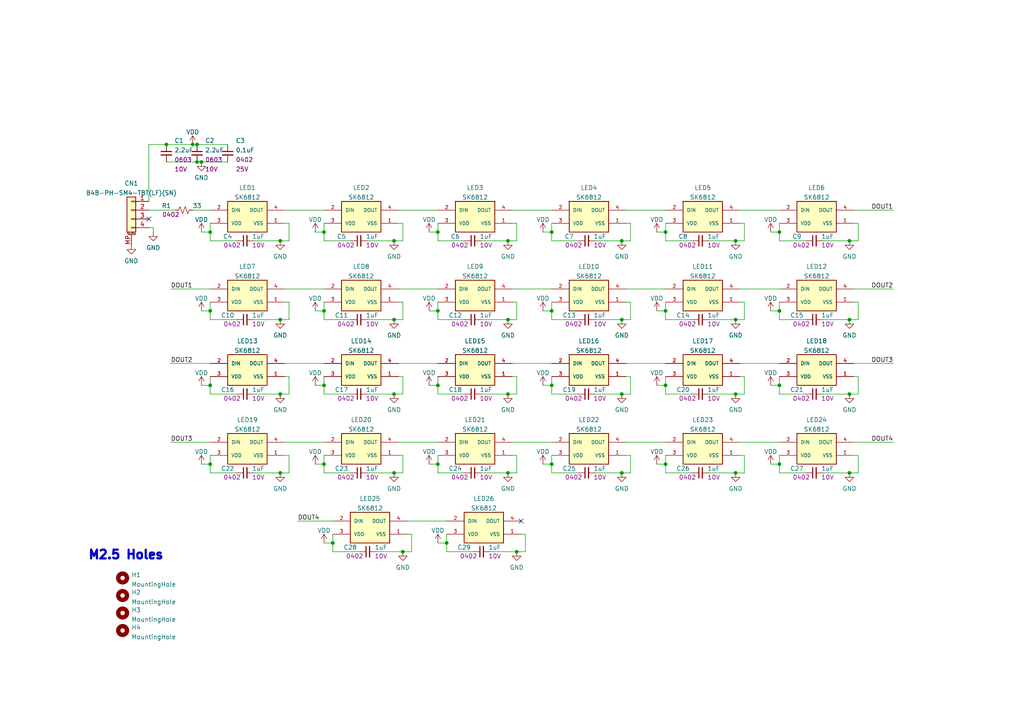
<source format=kicad_sch>
(kicad_sch (version 20211123) (generator eeschema)
  (paper "A4")
  (title_block (title "YellCubeLights") (date "2022-04-16") (rev "A") (comment 1 "Aaron Nguyen"))
  (lib_symbols
    (symbol "Mechanical:MountingHole" (pin_names (offset 1.016))
      (property "Reference" "H" (at 0 5.08 0))
      (property "Value" "MountingHole" (at 0 3.175 0))
      (symbol "MountingHole_0_1"
        (circle (center 0 0) (radius 1.27) (stroke (width 1.27)))
      )
    )
    (symbol "personal_capacitors:0.1uF" (pin_numbers hide) (pin_names (offset 0.254) hide)
      (property "Reference" "C" (at 1.27 2.54 0))
      (property "Value" "0.1uF" (at 2.54 0 0))
      (property "Size" "0402" (at 1.27 -2.54 0))
      (property "Voltage" "25V" (at 1.27 -5.08 0))
      (symbol "0.1uF_0_1"
        (polyline (pts (xy -1.524 -0.508) (xy 1.524 -0.508)) (stroke (width 0.3302)))
        (polyline (pts (xy -1.524 0.508) (xy 1.524 0.508)) (stroke (width 0.3048)))
      )
      (symbol "0.1uF_1_1"
        (pin passive line (at 0 2.54 270) (length 2.032) (name "~") (number "1"))
        (pin passive line (at 0 -2.54 90) (length 2.032) (name "~") (number "2"))
      )
    )
    (symbol "personal_capacitors:1uF" (pin_numbers hide) (pin_names (offset 0.254) hide)
      (property "Reference" "C" (at 1.27 2.54 0))
      (property "Value" "1uF" (at 2.54 0 0))
      (property "Size" "0402" (at 1.27 -2.54 0))
      (property "Voltage" "10V" (at 1.27 -5.08 0))
      (symbol "1uF_0_1"
        (polyline (pts (xy -1.524 -0.508) (xy 1.524 -0.508)) (stroke (width 0.3302)))
        (polyline (pts (xy -1.524 0.508) (xy 1.524 0.508)) (stroke (width 0.3048)))
      )
      (symbol "1uF_1_1"
        (pin passive line (at 0 2.54 270) (length 2.032) (name "~") (number "1"))
        (pin passive line (at 0 -2.54 90) (length 2.032) (name "~") (number "2"))
      )
    )
    (symbol "personal_capacitors:2.2uF" (pin_numbers hide) (pin_names (offset 0.254) hide)
      (property "Reference" "C" (at 1.27 2.54 0))
      (property "Value" "2.2uF" (at 2.54 0 0))
      (property "Size" "0603" (at 1.27 -2.54 0))
      (property "Voltage" "10V" (at 1.27 -5.08 0))
      (symbol "2.2uF_0_1"
        (polyline (pts (xy -1.524 -0.508) (xy 1.524 -0.508)) (stroke (width 0.3302)))
        (polyline (pts (xy -1.524 0.508) (xy 1.524 0.508)) (stroke (width 0.3048)))
      )
      (symbol "2.2uF_1_1"
        (pin passive line (at 0 2.54 270) (length 2.032) (name "~") (number "1"))
        (pin passive line (at 0 -2.54 90) (length 2.032) (name "~") (number "2"))
      )
    )
    (symbol "personal_connectors:B4B-PH-SM4-TBT(LF)(SN)" (pin_names (offset 1.016) hide)
      (property "Reference" "CN" (at 0 5.08 0))
      (property "Value" "B4B-PH-SM4-TBT(LF)(SN)" (at 1.27 -7.62 0))
      (symbol "B4B-PH-SM4-TBT(LF)(SN)_1_1"
        (rectangle (start -1.27 -4.953) (end 0 -5.207) (stroke (width 0.1524)))
        (rectangle (start -1.27 -2.413) (end 0 -2.667) (stroke (width 0.1524)))
        (rectangle (start -1.27 0.127) (end 0 -0.127) (stroke (width 0.1524)))
        (rectangle (start -1.27 2.667) (end 0 2.413) (stroke (width 0.1524)))
        (rectangle (start -1.27 3.81) (end 1.27 -6.35) (stroke (width 0.254)) (fill (type background)))
        (polyline (pts (xy -1.016 -7.112) (xy 1.016 -7.112)) (stroke (width 0.1524)))
        (text "Mounting" (at 0 -6.731 0) (effects (font (size 0.381 0.381))))
        (pin passive line (at -5.08 2.54 0) (length 3.81) (name "Pin_1") (number "1"))
        (pin passive line (at -5.08 0 0) (length 3.81) (name "Pin_2") (number "2"))
        (pin passive line (at -5.08 -2.54 0) (length 3.81) (name "Pin_3") (number "3"))
        (pin passive line (at -5.08 -5.08 0) (length 3.81) (name "Pin_4") (number "4"))
        (pin passive line (at 0 -10.16 90) (length 3.048) (name "MountPin") (number "MP"))
      )
    )
    (symbol "personal_leds:SK6812" (pin_names (offset 1.016))
      (property "Reference" "LED" (at -6.35 8.89 0))
      (property "Value" "SK6812" (at -6.35 6.35 0))
      (symbol "SK6812_0_0"
        (rectangle (start -6.35 -3.81) (end 5.08 5.08) (stroke (width 0.254)) (fill (type background)))
        (pin power_in line (at 10.16 -1.27 180) (length 5.08) (name "VSS") (number "1"))
        (pin input line (at -11.43 2.54 0) (length 5.08) (name "DIN") (number "2"))
        (pin power_in line (at -11.43 -1.27 0) (length 5.08) (name "VDD") (number "3"))
        (pin output line (at 10.16 2.54 180) (length 5.08) (name "DOUT") (number "4"))
      )
    )
    (symbol "personal_resistors:33" (pin_numbers hide) (pin_names (offset 0.254) hide)
      (property "Reference" "R" (at 1.27 2.54 0))
      (property "Value" "33" (at 1.27 0 0))
      (property "Size" "0402" (at 1.27 -2.54 0))
      (symbol "33_1_1"
        (polyline (pts (xy 0 0) (xy 1.016 -0.381) (xy 0 -0.762) (xy -1.016 -1.143) (xy 0 -1.524)))
        (polyline (pts (xy 0 1.524) (xy 1.016 1.143) (xy 0 0.762) (xy -1.016 0.381) (xy 0 0)))
        (pin passive line (at 0 2.54 270) (length 1.016) (name "~") (number "1"))
        (pin passive line (at 0 -2.54 90) (length 1.016) (name "~") (number "2"))
      )
    )
    (symbol "power:GND" (power) (pin_names (offset 0))
      (property "Value" "GND" (at 0 -3.81 0))
      (symbol "GND_0_1"
        (polyline (pts (xy 0 0) (xy 0 -1.27) (xy 1.27 -1.27) (xy 0 -2.54) (xy -1.27 -1.27) (xy 0 -1.27)))
      )
      (symbol "GND_1_1"
        (pin power_in line (at 0 0 270) (length 0) hide (name "GND") (number "1"))
      )
    )
    (symbol "power:VDD" (power) (pin_names (offset 0))
      (property "Value" "VDD" (at 0 3.81 0))
      (symbol "VDD_0_1"
        (polyline (pts (xy -0.762 1.27) (xy 0 2.54)))
        (polyline (pts (xy 0 0) (xy 0 2.54)))
        (polyline (pts (xy 0 2.54) (xy 0.762 1.27)))
      )
      (symbol "VDD_1_1"
        (pin power_in line (at 0 0 90) (length 0) hide (name "VDD") (number "1"))
      )
    )
  )
  (junction (at 193.04 111.76))
  (junction (at 127 111.76))
  (junction (at 226.06 134.62))
  (junction (at 127 134.62))
  (junction (at 114.3 114.3))
  (junction (at 160.02 67.31))
  (junction (at 129.54 157.48))
  (junction (at 226.06 111.76))
  (junction (at 226.06 90.17))
  (junction (at 213.36 137.16))
  (junction (at 193.04 90.17))
  (junction (at 180.34 114.3))
  (junction (at 60.96 67.31))
  (junction (at 60.96 134.62))
  (junction (at 147.32 114.3))
  (junction (at 147.32 69.85))
  (junction (at 246.38 114.3))
  (junction (at 93.98 134.62))
  (junction (at 114.3 137.16))
  (junction (at 160.02 111.76))
  (junction (at 81.28 137.16))
  (junction (at 114.3 69.85))
  (junction (at 81.28 114.3))
  (junction (at 160.02 134.62))
  (junction (at 93.98 90.17))
  (junction (at 147.32 137.16))
  (junction (at 246.38 69.85))
  (junction (at 180.34 69.85))
  (junction (at 180.34 137.16))
  (junction (at 116.84 160.02))
  (junction (at 213.36 69.85))
  (junction (at 160.02 90.17))
  (junction (at 57.15 46.99))
  (junction (at 114.3 92.71))
  (junction (at 81.28 69.85))
  (junction (at 213.36 92.71))
  (junction (at 213.36 114.3))
  (junction (at 246.38 92.71))
  (junction (at 180.34 92.71))
  (junction (at 246.38 137.16))
  (junction (at 55.88 41.91))
  (junction (at 57.15 41.91))
  (junction (at 48.26 41.91))
  (junction (at 60.96 90.17))
  (junction (at 60.96 111.76))
  (junction (at 93.98 111.76))
  (junction (at 127 90.17))
  (junction (at 147.32 92.71))
  (junction (at 193.04 134.62))
  (junction (at 149.86 160.02))
  (junction (at 127 67.31))
  (junction (at 226.06 67.31))
  (junction (at 93.98 67.31))
  (junction (at 81.28 92.71))
  (junction (at 58.42 46.99))
  (junction (at 193.04 67.31))
  (junction (at 96.52 157.48))
  (no_connect (at 151.13 151.13))
  (no_connect (at 43.18 63.5))
  (wire (pts (xy 246.38 114.3) (xy 248.92 114.3)))
  (wire (pts (xy 247.65 128.27) (xy 259.08 128.27)))
  (wire (pts (xy 96.52 157.48) (xy 96.52 154.94)))
  (wire (pts (xy 238.76 92.71) (xy 246.38 92.71)))
  (wire (pts (xy 116.84 87.63) (xy 116.84 92.71)))
  (wire (pts (xy 134.62 92.71) (xy 127 92.71)))
  (wire (pts (xy 182.88 64.77) (xy 182.88 69.85)))
  (wire (pts (xy 124.46 134.62) (xy 127 134.62)))
  (wire (pts (xy 233.68 137.16) (xy 226.06 137.16)))
  (wire (pts (xy 82.55 60.96) (xy 93.98 60.96)))
  (wire (pts (xy 49.53 105.41) (xy 60.96 105.41)))
  (wire (pts (xy 160.02 137.16) (xy 160.02 134.62)))
  (wire (pts (xy 134.62 137.16) (xy 127 137.16)))
  (wire (pts (xy 148.59 83.82) (xy 160.02 83.82)))
  (wire (pts (xy 82.55 83.82) (xy 93.98 83.82)))
  (wire (pts (xy 223.52 111.76) (xy 226.06 111.76)))
  (wire (pts (xy 149.86 64.77) (xy 148.59 64.77)))
  (wire (pts (xy 149.86 132.08) (xy 149.86 137.16)))
  (wire (pts (xy 73.66 69.85) (xy 81.28 69.85)))
  (wire (pts (xy 48.26 46.99) (xy 57.15 46.99)))
  (wire (pts (xy 149.86 109.22) (xy 149.86 114.3)))
  (wire (pts (xy 114.3 137.16) (xy 116.84 137.16)))
  (wire (pts (xy 190.5 134.62) (xy 193.04 134.62)))
  (wire (pts (xy 147.32 69.85) (xy 149.86 69.85)))
  (wire (pts (xy 142.24 160.02) (xy 149.86 160.02)))
  (wire (pts (xy 73.66 137.16) (xy 81.28 137.16)))
  (wire (pts (xy 116.84 109.22) (xy 116.84 114.3)))
  (wire (pts (xy 181.61 83.82) (xy 193.04 83.82)))
  (wire (pts (xy 248.92 64.77) (xy 247.65 64.77)))
  (wire (pts (xy 93.98 137.16) (xy 93.98 134.62)))
  (wire (pts (xy 205.74 114.3) (xy 213.36 114.3)))
  (wire (pts (xy 127 92.71) (xy 127 90.17)))
  (wire (pts (xy 160.02 64.77) (xy 160.02 67.31)))
  (wire (pts (xy 246.38 92.71) (xy 248.92 92.71)))
  (wire (pts (xy 48.26 41.91) (xy 43.18 41.91)))
  (wire (pts (xy 116.84 64.77) (xy 115.57 64.77)))
  (wire (pts (xy 116.84 87.63) (xy 115.57 87.63)))
  (wire (pts (xy 181.61 60.96) (xy 193.04 60.96)))
  (wire (pts (xy 180.34 92.71) (xy 182.88 92.71)))
  (wire (pts (xy 149.86 132.08) (xy 148.59 132.08)))
  (wire (pts (xy 129.54 157.48) (xy 129.54 154.94)))
  (wire (pts (xy 116.84 132.08) (xy 115.57 132.08)))
  (wire (pts (xy 215.9 64.77) (xy 214.63 64.77)))
  (wire (pts (xy 248.92 132.08) (xy 247.65 132.08)))
  (wire (pts (xy 157.48 111.76) (xy 160.02 111.76)))
  (wire (pts (xy 58.42 111.76) (xy 60.96 111.76)))
  (wire (pts (xy 119.38 154.94) (xy 118.11 154.94)))
  (wire (pts (xy 81.28 92.71) (xy 83.82 92.71)))
  (wire (pts (xy 182.88 132.08) (xy 182.88 137.16)))
  (wire (pts (xy 233.68 92.71) (xy 226.06 92.71)))
  (wire (pts (xy 127 137.16) (xy 127 134.62)))
  (wire (pts (xy 124.46 111.76) (xy 127 111.76)))
  (wire (pts (xy 193.04 137.16) (xy 193.04 134.62)))
  (wire (pts (xy 248.92 64.77) (xy 248.92 69.85)))
  (wire (pts (xy 58.42 134.62) (xy 60.96 134.62)))
  (wire (pts (xy 226.06 114.3) (xy 226.06 111.76)))
  (wire (pts (xy 157.48 90.17) (xy 160.02 90.17)))
  (wire (pts (xy 93.98 69.85) (xy 93.98 67.31)))
  (wire (pts (xy 129.54 160.02) (xy 129.54 157.48)))
  (wire (pts (xy 149.86 87.63) (xy 148.59 87.63)))
  (wire (pts (xy 246.38 69.85) (xy 248.92 69.85)))
  (wire (pts (xy 148.59 60.96) (xy 160.02 60.96)))
  (wire (pts (xy 48.26 41.91) (xy 55.88 41.91)))
  (wire (pts (xy 109.22 160.02) (xy 116.84 160.02)))
  (wire (pts (xy 93.98 157.48) (xy 96.52 157.48)))
  (wire (pts (xy 124.46 90.17) (xy 127 90.17)))
  (wire (pts (xy 190.5 67.31) (xy 193.04 67.31)))
  (wire (pts (xy 193.04 92.71) (xy 193.04 90.17)))
  (wire (pts (xy 57.15 41.91) (xy 66.04 41.91)))
  (wire (pts (xy 83.82 132.08) (xy 83.82 137.16)))
  (wire (pts (xy 115.57 128.27) (xy 127 128.27)))
  (wire (pts (xy 182.88 109.22) (xy 181.61 109.22)))
  (wire (pts (xy 114.3 92.71) (xy 116.84 92.71)))
  (wire (pts (xy 127 69.85) (xy 127 67.31)))
  (wire (pts (xy 93.98 67.31) (xy 93.98 64.77)))
  (wire (pts (xy 214.63 105.41) (xy 226.06 105.41)))
  (wire (pts (xy 115.57 105.41) (xy 127 105.41)))
  (wire (pts (xy 248.92 109.22) (xy 247.65 109.22)))
  (wire (pts (xy 73.66 114.3) (xy 81.28 114.3)))
  (wire (pts (xy 182.88 87.63) (xy 182.88 92.71)))
  (wire (pts (xy 247.65 83.82) (xy 259.08 83.82)))
  (wire (pts (xy 238.76 137.16) (xy 246.38 137.16)))
  (wire (pts (xy 58.42 90.17) (xy 60.96 90.17)))
  (wire (pts (xy 114.3 114.3) (xy 116.84 114.3)))
  (wire (pts (xy 246.38 137.16) (xy 248.92 137.16)))
  (wire (pts (xy 91.44 111.76) (xy 93.98 111.76)))
  (wire (pts (xy 91.44 90.17) (xy 93.98 90.17)))
  (wire (pts (xy 147.32 114.3) (xy 149.86 114.3)))
  (wire (pts (xy 226.06 111.76) (xy 226.06 109.22)))
  (wire (pts (xy 160.02 134.62) (xy 160.02 132.08)))
  (wire (pts (xy 68.58 137.16) (xy 60.96 137.16)))
  (wire (pts (xy 60.96 67.31) (xy 60.96 64.77)))
  (wire (pts (xy 215.9 132.08) (xy 215.9 137.16)))
  (wire (pts (xy 55.88 41.91) (xy 57.15 41.91)))
  (wire (pts (xy 223.52 134.62) (xy 226.06 134.62)))
  (wire (pts (xy 86.36 151.13) (xy 96.52 151.13)))
  (wire (pts (xy 248.92 87.63) (xy 247.65 87.63)))
  (wire (pts (xy 149.86 160.02) (xy 152.4 160.02)))
  (wire (pts (xy 83.82 64.77) (xy 83.82 69.85)))
  (wire (pts (xy 82.55 105.41) (xy 93.98 105.41)))
  (wire (pts (xy 139.7 137.16) (xy 147.32 137.16)))
  (wire (pts (xy 238.76 69.85) (xy 246.38 69.85)))
  (wire (pts (xy 223.52 90.17) (xy 226.06 90.17)))
  (wire (pts (xy 104.14 160.02) (xy 96.52 160.02)))
  (wire (pts (xy 148.59 105.41) (xy 160.02 105.41)))
  (wire (pts (xy 60.96 69.85) (xy 60.96 67.31)))
  (wire (pts (xy 83.82 87.63) (xy 83.82 92.71)))
  (wire (pts (xy 172.72 92.71) (xy 180.34 92.71)))
  (wire (pts (xy 213.36 69.85) (xy 215.9 69.85)))
  (wire (pts (xy 160.02 111.76) (xy 160.02 109.22)))
  (wire (pts (xy 248.92 109.22) (xy 248.92 114.3)))
  (wire (pts (xy 167.64 114.3) (xy 160.02 114.3)))
  (wire (pts (xy 58.42 46.99) (xy 66.04 46.99)))
  (wire (pts (xy 116.84 109.22) (xy 115.57 109.22)))
  (wire (pts (xy 180.34 69.85) (xy 182.88 69.85)))
  (wire (pts (xy 193.04 69.85) (xy 193.04 67.31)))
  (wire (pts (xy 213.36 92.71) (xy 215.9 92.71)))
  (wire (pts (xy 193.04 134.62) (xy 193.04 132.08)))
  (wire (pts (xy 106.68 92.71) (xy 114.3 92.71)))
  (wire (pts (xy 160.02 67.31) (xy 160.02 69.85)))
  (wire (pts (xy 119.38 154.94) (xy 119.38 160.02)))
  (wire (pts (xy 106.68 137.16) (xy 114.3 137.16)))
  (wire (pts (xy 182.88 109.22) (xy 182.88 114.3)))
  (wire (pts (xy 60.96 137.16) (xy 60.96 134.62)))
  (wire (pts (xy 93.98 90.17) (xy 93.98 87.63)))
  (wire (pts (xy 215.9 132.08) (xy 214.63 132.08)))
  (wire (pts (xy 200.66 69.85) (xy 193.04 69.85)))
  (wire (pts (xy 83.82 64.77) (xy 82.55 64.77)))
  (wire (pts (xy 215.9 87.63) (xy 215.9 92.71)))
  (wire (pts (xy 190.5 111.76) (xy 193.04 111.76)))
  (wire (pts (xy 83.82 109.22) (xy 83.82 114.3)))
  (wire (pts (xy 60.96 134.62) (xy 60.96 132.08)))
  (wire (pts (xy 205.74 137.16) (xy 213.36 137.16)))
  (wire (pts (xy 152.4 154.94) (xy 151.13 154.94)))
  (wire (pts (xy 167.64 69.85) (xy 160.02 69.85)))
  (wire (pts (xy 172.72 137.16) (xy 180.34 137.16)))
  (wire (pts (xy 60.96 92.71) (xy 60.96 90.17)))
  (wire (pts (xy 226.06 90.17) (xy 226.06 87.63)))
  (wire (pts (xy 114.3 69.85) (xy 116.84 69.85)))
  (wire (pts (xy 106.68 114.3) (xy 114.3 114.3)))
  (wire (pts (xy 248.92 132.08) (xy 248.92 137.16)))
  (wire (pts (xy 91.44 67.31) (xy 93.98 67.31)))
  (wire (pts (xy 68.58 69.85) (xy 60.96 69.85)))
  (wire (pts (xy 152.4 154.94) (xy 152.4 160.02)))
  (wire (pts (xy 81.28 137.16) (xy 83.82 137.16)))
  (wire (pts (xy 226.06 67.31) (xy 226.06 64.77)))
  (wire (pts (xy 215.9 109.22) (xy 214.63 109.22)))
  (wire (pts (xy 193.04 90.17) (xy 193.04 87.63)))
  (wire (pts (xy 49.53 128.27) (xy 60.96 128.27)))
  (wire (pts (xy 157.48 67.31) (xy 160.02 67.31)))
  (wire (pts (xy 101.6 69.85) (xy 93.98 69.85)))
  (wire (pts (xy 214.63 83.82) (xy 226.06 83.82)))
  (wire (pts (xy 226.06 134.62) (xy 226.06 132.08)))
  (wire (pts (xy 83.82 132.08) (xy 82.55 132.08)))
  (wire (pts (xy 149.86 87.63) (xy 149.86 92.71)))
  (wire (pts (xy 147.32 92.71) (xy 149.86 92.71)))
  (wire (pts (xy 60.96 111.76) (xy 60.96 109.22)))
  (wire (pts (xy 57.15 46.99) (xy 58.42 46.99)))
  (wire (pts (xy 81.28 114.3) (xy 83.82 114.3)))
  (wire (pts (xy 82.55 128.27) (xy 93.98 128.27)))
  (wire (pts (xy 226.06 92.71) (xy 226.06 90.17)))
  (wire (pts (xy 233.68 69.85) (xy 226.06 69.85)))
  (wire (pts (xy 180.34 137.16) (xy 182.88 137.16)))
  (wire (pts (xy 193.04 111.76) (xy 193.04 109.22)))
  (wire (pts (xy 139.7 69.85) (xy 147.32 69.85)))
  (wire (pts (xy 149.86 64.77) (xy 149.86 69.85)))
  (wire (pts (xy 93.98 92.71) (xy 93.98 90.17)))
  (wire (pts (xy 193.04 67.31) (xy 193.04 64.77)))
  (wire (pts (xy 181.61 128.27) (xy 193.04 128.27)))
  (wire (pts (xy 148.59 128.27) (xy 160.02 128.27)))
  (wire (pts (xy 200.66 92.71) (xy 193.04 92.71)))
  (wire (pts (xy 43.18 66.04) (xy 44.45 66.04)))
  (wire (pts (xy 73.66 92.71) (xy 81.28 92.71)))
  (wire (pts (xy 115.57 60.96) (xy 127 60.96)))
  (wire (pts (xy 172.72 114.3) (xy 180.34 114.3)))
  (wire (pts (xy 68.58 92.71) (xy 60.96 92.71)))
  (wire (pts (xy 127 90.17) (xy 127 87.63)))
  (wire (pts (xy 167.64 92.71) (xy 160.02 92.71)))
  (wire (pts (xy 68.58 114.3) (xy 60.96 114.3)))
  (wire (pts (xy 226.06 69.85) (xy 226.06 67.31)))
  (wire (pts (xy 60.96 90.17) (xy 60.96 87.63)))
  (wire (pts (xy 55.88 60.96) (xy 60.96 60.96)))
  (wire (pts (xy 43.18 60.96) (xy 50.8 60.96)))
  (wire (pts (xy 223.52 67.31) (xy 226.06 67.31)))
  (wire (pts (xy 160.02 90.17) (xy 160.02 87.63)))
  (wire (pts (xy 127 111.76) (xy 127 109.22)))
  (wire (pts (xy 49.53 83.82) (xy 60.96 83.82)))
  (wire (pts (xy 139.7 92.71) (xy 147.32 92.71)))
  (wire (pts (xy 134.62 114.3) (xy 127 114.3)))
  (wire (pts (xy 127 67.31) (xy 127 64.77)))
  (wire (pts (xy 200.66 114.3) (xy 193.04 114.3)))
  (wire (pts (xy 182.88 64.77) (xy 181.61 64.77)))
  (wire (pts (xy 157.48 134.62) (xy 160.02 134.62)))
  (wire (pts (xy 247.65 60.96) (xy 259.08 60.96)))
  (wire (pts (xy 160.02 92.71) (xy 160.02 90.17)))
  (wire (pts (xy 127 114.3) (xy 127 111.76)))
  (wire (pts (xy 213.36 114.3) (xy 215.9 114.3)))
  (wire (pts (xy 101.6 114.3) (xy 93.98 114.3)))
  (wire (pts (xy 248.92 87.63) (xy 248.92 92.71)))
  (wire (pts (xy 193.04 114.3) (xy 193.04 111.76)))
  (wire (pts (xy 58.42 67.31) (xy 60.96 67.31)))
  (wire (pts (xy 180.34 114.3) (xy 182.88 114.3)))
  (wire (pts (xy 93.98 134.62) (xy 93.98 132.08)))
  (wire (pts (xy 91.44 134.62) (xy 93.98 134.62)))
  (wire (pts (xy 214.63 128.27) (xy 226.06 128.27)))
  (wire (pts (xy 182.88 87.63) (xy 181.61 87.63)))
  (wire (pts (xy 101.6 137.16) (xy 93.98 137.16)))
  (wire (pts (xy 181.61 105.41) (xy 193.04 105.41)))
  (wire (pts (xy 101.6 92.71) (xy 93.98 92.71)))
  (wire (pts (xy 116.84 160.02) (xy 119.38 160.02)))
  (wire (pts (xy 83.82 109.22) (xy 82.55 109.22)))
  (wire (pts (xy 139.7 114.3) (xy 147.32 114.3)))
  (wire (pts (xy 200.66 137.16) (xy 193.04 137.16)))
  (wire (pts (xy 182.88 132.08) (xy 181.61 132.08)))
  (wire (pts (xy 116.84 64.77) (xy 116.84 69.85)))
  (wire (pts (xy 44.45 66.04) (xy 44.45 67.31)))
  (wire (pts (xy 147.32 137.16) (xy 149.86 137.16)))
  (wire (pts (xy 238.76 114.3) (xy 246.38 114.3)))
  (wire (pts (xy 214.63 60.96) (xy 226.06 60.96)))
  (wire (pts (xy 160.02 114.3) (xy 160.02 111.76)))
  (wire (pts (xy 149.86 109.22) (xy 148.59 109.22)))
  (wire (pts (xy 205.74 69.85) (xy 213.36 69.85)))
  (wire (pts (xy 247.65 105.41) (xy 259.08 105.41)))
  (wire (pts (xy 124.46 67.31) (xy 127 67.31)))
  (wire (pts (xy 93.98 111.76) (xy 93.98 109.22)))
  (wire (pts (xy 215.9 87.63) (xy 214.63 87.63)))
  (wire (pts (xy 213.36 137.16) (xy 215.9 137.16)))
  (wire (pts (xy 115.57 83.82) (xy 127 83.82)))
  (wire (pts (xy 137.16 160.02) (xy 129.54 160.02)))
  (wire (pts (xy 215.9 64.77) (xy 215.9 69.85)))
  (wire (pts (xy 226.06 137.16) (xy 226.06 134.62)))
  (wire (pts (xy 134.62 69.85) (xy 127 69.85)))
  (wire (pts (xy 167.64 137.16) (xy 160.02 137.16)))
  (wire (pts (xy 116.84 132.08) (xy 116.84 137.16)))
  (wire (pts (xy 233.68 114.3) (xy 226.06 114.3)))
  (wire (pts (xy 118.11 151.13) (xy 129.54 151.13)))
  (wire (pts (xy 60.96 114.3) (xy 60.96 111.76)))
  (wire (pts (xy 96.52 160.02) (xy 96.52 157.48)))
  (wire (pts (xy 127 157.48) (xy 129.54 157.48)))
  (wire (pts (xy 205.74 92.71) (xy 213.36 92.71)))
  (wire (pts (xy 190.5 90.17) (xy 193.04 90.17)))
  (wire (pts (xy 93.98 114.3) (xy 93.98 111.76)))
  (wire (pts (xy 81.28 69.85) (xy 83.82 69.85)))
  (wire (pts (xy 127 134.62) (xy 127 132.08)))
  (wire (pts (xy 83.82 87.63) (xy 82.55 87.63)))
  (wire (pts (xy 215.9 109.22) (xy 215.9 114.3)))
  (wire (pts (xy 172.72 69.85) (xy 180.34 69.85)))
  (wire (pts (xy 106.68 69.85) (xy 114.3 69.85)))
  (wire (pts (xy 43.18 41.91) (xy 43.18 58.42)))
  (text "M2.5 Holes" (at 25.4 162.56 0) (effects (font (size 2.54 2.54) (thickness 1.016) bold) (justify left bottom)))
  (label "DOUT3" (at 252.73 105.41 0))
  (label "DOUT4" (at 86.36 151.13 0))
  (label "DOUT3" (at 49.53 128.27 0))
  (label "DOUT4" (at 252.73 128.27 0))
  (label "DOUT2" (at 49.53 105.41 0))
  (label "DOUT2" (at 252.73 83.82 0))
  (label "DOUT1" (at 49.53 83.82 0))
  (label "DOUT1" (at 252.73 60.96 0))
  (symbol (lib_id "personal_leds:SK6812") (at 171.45 130.81 0) (unit 1)
    (property "Reference" "LED22" (at 170.815 121.7635 0))
    (property "Value" "SK6812" (at 170.815 124.5386 0))
    (property "Footprint" "personal:SK6812" (effects hide))
    (property "Manufacturer" "Pololu" (effects hide))
    (property "Part Number" "N/A" (effects hide))
  )
  (symbol (lib_id "power:GND") (at 246.38 69.85 0) (unit 1)
    (property "Reference" "#PWR09" (effects hide))
    (property "Value" "GND" (at 246.38 74.4125 0))
  )
  (symbol (lib_id "personal_leds:SK6812") (at 171.45 107.95 0) (unit 1)
    (property "Reference" "LED16" (at 170.815 98.9035 0))
    (property "Value" "SK6812" (at 170.815 101.6786 0))
    (property "Footprint" "personal:SK6812" (effects hide))
    (property "Manufacturer" "Pololu" (effects hide))
    (property "Part Number" "N/A" (effects hide))
  )
  (symbol (lib_id "personal_capacitors:1uF") (at 139.7 160.02 90) (unit 1)
    (property "Reference" "C29" (at 134.62 158.75 90))
    (property "Value" "1uF" (at 143.51 158.75 90))
    (property "Footprint" "Capacitor_SMD:C_0402_1005Metric" (effects hide))
    (property "Manufacturer" "Samsung Electro-Mechanics" (effects hide))
    (property "Part Number" "1276-1076-1-ND" (effects hide))
    (property "Size" "0402" (at 135.89 161.29 90))
    (property "Voltage" "10V" (at 143.51 161.29 90))
  )
  (symbol (lib_id "personal_leds:SK6812") (at 105.41 107.95 0) (unit 1)
    (property "Reference" "LED14" (at 104.775 98.9035 0))
    (property "Value" "SK6812" (at 104.775 101.6786 0))
    (property "Footprint" "personal:SK6812" (effects hide))
    (property "Manufacturer" "Pololu" (effects hide))
    (property "Part Number" "N/A" (effects hide))
  )
  (symbol (lib_id "power:VDD") (at 190.5 67.31 0) (unit 1)
    (property "Reference" "#PWR0108" (effects hide))
    (property "Value" "VDD" (at 190.5 63.7055 0))
  )
  (symbol (lib_id "personal_leds:SK6812") (at 237.49 86.36 0) (unit 1)
    (property "Reference" "LED12" (at 236.855 77.3135 0))
    (property "Value" "SK6812" (at 236.855 80.0886 0))
    (property "Footprint" "personal:SK6812" (effects hide))
    (property "Manufacturer" "Pololu" (effects hide))
    (property "Part Number" "N/A" (effects hide))
  )
  (symbol (lib_id "power:VDD") (at 91.44 90.17 0) (unit 1)
    (property "Reference" "#PWR0118" (effects hide))
    (property "Value" "VDD" (at 91.44 86.5655 0))
  )
  (symbol (lib_id "personal_leds:SK6812") (at 237.49 63.5 0) (unit 1)
    (property "Reference" "LED6" (at 236.855 54.4535 0))
    (property "Value" "SK6812" (at 236.855 57.2286 0))
    (property "Footprint" "personal:SK6812" (effects hide))
    (property "Manufacturer" "Pololu" (effects hide))
    (property "Part Number" "N/A" (effects hide))
  )
  (symbol (lib_id "personal_leds:SK6812") (at 72.39 63.5 0) (unit 1)
    (property "Reference" "LED1" (at 71.755 54.4535 0))
    (property "Value" "SK6812" (at 71.755 57.2286 0))
    (property "Footprint" "personal:SK6812" (effects hide))
    (property "Manufacturer" "Pololu" (effects hide))
    (property "Part Number" "N/A" (effects hide))
  )
  (symbol (lib_id "power:VDD") (at 124.46 67.31 0) (unit 1)
    (property "Reference" "#PWR0113" (effects hide))
    (property "Value" "VDD" (at 124.46 63.7055 0))
  )
  (symbol (lib_id "personal_capacitors:1uF") (at 203.2 137.16 90) (unit 1)
    (property "Reference" "C26" (at 198.12 135.89 90))
    (property "Value" "1uF" (at 207.01 135.89 90))
    (property "Footprint" "Capacitor_SMD:C_0402_1005Metric" (effects hide))
    (property "Manufacturer" "Samsung Electro-Mechanics" (effects hide))
    (property "Part Number" "1276-1076-1-ND" (effects hide))
    (property "Size" "0402" (at 199.39 138.43 90))
    (property "Voltage" "10V" (at 207.01 138.43 90))
  )
  (symbol (lib_id "power:GND") (at 147.32 92.71 0) (unit 1)
    (property "Reference" "#PWR012" (effects hide))
    (property "Value" "GND" (at 147.32 97.2725 0))
  )
  (symbol (lib_id "power:VDD") (at 157.48 111.76 0) (unit 1)
    (property "Reference" "#PWR0110" (effects hide))
    (property "Value" "VDD" (at 157.48 108.1555 0))
  )
  (symbol (lib_id "personal_capacitors:1uF") (at 137.16 137.16 90) (unit 1)
    (property "Reference" "C24" (at 132.08 135.89 90))
    (property "Value" "1uF" (at 140.97 135.89 90))
    (property "Footprint" "Capacitor_SMD:C_0402_1005Metric" (effects hide))
    (property "Manufacturer" "Samsung Electro-Mechanics" (effects hide))
    (property "Part Number" "1276-1076-1-ND" (effects hide))
    (property "Size" "0402" (at 133.35 138.43 90))
    (property "Voltage" "10V" (at 140.97 138.43 90))
  )
  (symbol (lib_id "power:VDD") (at 91.44 111.76 0) (unit 1)
    (property "Reference" "#PWR0121" (effects hide))
    (property "Value" "VDD" (at 91.44 108.1555 0))
  )
  (symbol (lib_id "power:GND") (at 114.3 69.85 0) (unit 1)
    (property "Reference" "#PWR05" (effects hide))
    (property "Value" "GND" (at 114.3 74.4125 0))
  )
  (symbol (lib_id "power:VDD") (at 157.48 90.17 0) (unit 1)
    (property "Reference" "#PWR0102" (effects hide))
    (property "Value" "VDD" (at 157.48 86.5655 0))
  )
  (symbol (lib_id "power:GND") (at 246.38 137.16 0) (unit 1)
    (property "Reference" "#PWR027" (effects hide))
    (property "Value" "GND" (at 246.38 141.7225 0))
  )
  (symbol (lib_id "personal_leds:SK6812") (at 138.43 130.81 0) (unit 1)
    (property "Reference" "LED21" (at 137.795 121.7635 0))
    (property "Value" "SK6812" (at 137.795 124.5386 0))
    (property "Footprint" "personal:SK6812" (effects hide))
    (property "Manufacturer" "Pololu" (effects hide))
    (property "Part Number" "N/A" (effects hide))
  )
  (symbol (lib_id "power:GND") (at 81.28 69.85 0) (unit 1)
    (property "Reference" "#PWR04" (effects hide))
    (property "Value" "GND" (at 81.28 74.4125 0))
  )
  (symbol (lib_id "personal_leds:SK6812") (at 105.41 86.36 0) (unit 1)
    (property "Reference" "LED8" (at 104.775 77.3135 0))
    (property "Value" "SK6812" (at 104.775 80.0886 0))
    (property "Footprint" "personal:SK6812" (effects hide))
    (property "Manufacturer" "Pololu" (effects hide))
    (property "Part Number" "N/A" (effects hide))
  )
  (symbol (lib_id "personal_leds:SK6812") (at 72.39 86.36 0) (unit 1)
    (property "Reference" "LED7" (at 71.755 77.3135 0))
    (property "Value" "SK6812" (at 71.755 80.0886 0))
    (property "Footprint" "personal:SK6812" (effects hide))
    (property "Manufacturer" "Pololu" (effects hide))
    (property "Part Number" "N/A" (effects hide))
  )
  (symbol (lib_id "personal_leds:SK6812") (at 105.41 130.81 0) (unit 1)
    (property "Reference" "LED20" (at 104.775 121.7635 0))
    (property "Value" "SK6812" (at 104.775 124.5386 0))
    (property "Footprint" "personal:SK6812" (effects hide))
    (property "Manufacturer" "Pololu" (effects hide))
    (property "Part Number" "N/A" (effects hide))
  )
  (symbol (lib_id "power:GND") (at 147.32 114.3 0) (unit 1)
    (property "Reference" "#PWR018" (effects hide))
    (property "Value" "GND" (at 147.32 118.8625 0))
  )
  (symbol (lib_id "personal_capacitors:1uF") (at 170.18 92.71 90) (unit 1)
    (property "Reference" "C13" (at 165.1 91.44 90))
    (property "Value" "1uF" (at 173.99 91.44 90))
    (property "Footprint" "Capacitor_SMD:C_0402_1005Metric" (effects hide))
    (property "Manufacturer" "Samsung Electro-Mechanics" (effects hide))
    (property "Part Number" "1276-1076-1-ND" (effects hide))
    (property "Size" "0402" (at 166.37 93.98 90))
    (property "Voltage" "10V" (at 173.99 93.98 90))
  )
  (symbol (lib_id "power:GND") (at 116.84 160.02 0) (unit 1)
    (property "Reference" "#PWR031" (effects hide))
    (property "Value" "GND" (at 116.84 164.5825 0))
  )
  (symbol (lib_id "power:GND") (at 81.28 114.3 0) (unit 1)
    (property "Reference" "#PWR016" (effects hide))
    (property "Value" "GND" (at 81.28 118.8625 0))
  )
  (symbol (lib_id "power:VDD") (at 124.46 90.17 0) (unit 1)
    (property "Reference" "#PWR0114" (effects hide))
    (property "Value" "VDD" (at 124.46 86.5655 0))
  )
  (symbol (lib_id "Mechanical:MountingHole") (at 35.56 177.8 0) (unit 1)
    (property "Reference" "H3" (at 38.1 176.8915 0) (effects (justify left)))
    (property "Value" "MountingHole" (at 38.1 179.6666 0) (effects (justify left)))
    (property "Footprint" "MountingHole:MountingHole_2.7mm_M2.5_ISO14580" (effects hide))
  )
  (symbol (lib_id "personal_capacitors:2.2uF") (at 57.15 44.45 0) (unit 1)
    (property "Reference" "C2" (at 59.4741 40.7727 0) (effects (justify left)))
    (property "Value" "2.2uF" (at 59.4741 43.5478 0) (effects (justify left)))
    (property "Footprint" "Capacitor_SMD:C_0603_1608Metric" (effects hide))
    (property "Manufacturer" "Samsung Electro-Mechanics" (effects hide))
    (property "Part Number" "1276-1085-1-ND" (effects hide))
    (property "Size" "0603" (at 59.4741 46.3229 0) (effects (justify left)))
    (property "Voltage" "10V" (at 59.4741 49.098 0) (effects (justify left)))
  )
  (symbol (lib_id "personal_capacitors:1uF") (at 106.68 160.02 90) (unit 1)
    (property "Reference" "C28" (at 101.6 158.75 90))
    (property "Value" "1uF" (at 110.49 158.75 90))
    (property "Footprint" "Capacitor_SMD:C_0402_1005Metric" (effects hide))
    (property "Manufacturer" "Samsung Electro-Mechanics" (effects hide))
    (property "Part Number" "1276-1076-1-ND" (effects hide))
    (property "Size" "0402" (at 102.87 161.29 90))
    (property "Voltage" "10V" (at 110.49 161.29 90))
  )
  (symbol (lib_id "power:GND") (at 180.34 137.16 0) (unit 1)
    (property "Reference" "#PWR025" (effects hide))
    (property "Value" "GND" (at 180.34 141.7225 0))
  )
  (symbol (lib_id "personal_capacitors:1uF") (at 170.18 114.3 90) (unit 1)
    (property "Reference" "C19" (at 165.1 113.03 90))
    (property "Value" "1uF" (at 173.99 113.03 90))
    (property "Footprint" "Capacitor_SMD:C_0402_1005Metric" (effects hide))
    (property "Manufacturer" "Samsung Electro-Mechanics" (effects hide))
    (property "Part Number" "1276-1076-1-ND" (effects hide))
    (property "Size" "0402" (at 166.37 115.57 90))
    (property "Voltage" "10V" (at 173.99 115.57 90))
  )
  (symbol (lib_id "power:GND") (at 81.28 92.71 0) (unit 1)
    (property "Reference" "#PWR010" (effects hide))
    (property "Value" "GND" (at 81.28 97.2725 0))
  )
  (symbol (lib_id "power:VDD") (at 91.44 67.31 0) (unit 1)
    (property "Reference" "#PWR0117" (effects hide))
    (property "Value" "VDD" (at 91.44 63.7055 0))
  )
  (symbol (lib_id "power:VDD") (at 127 157.48 0) (unit 1)
    (property "Reference" "#PWR030" (effects hide))
    (property "Value" "VDD" (at 127 153.8755 0))
  )
  (symbol (lib_id "power:GND") (at 246.38 92.71 0) (unit 1)
    (property "Reference" "#PWR015" (effects hide))
    (property "Value" "GND" (at 246.38 97.2725 0))
  )
  (symbol (lib_id "power:VDD") (at 223.52 67.31 0) (unit 1)
    (property "Reference" "#PWR0107" (effects hide))
    (property "Value" "VDD" (at 223.52 63.7055 0))
  )
  (symbol (lib_id "power:VDD") (at 58.42 134.62 0) (unit 1)
    (property "Reference" "#PWR0123" (effects hide))
    (property "Value" "VDD" (at 58.42 131.0155 0))
  )
  (symbol (lib_id "personal_capacitors:1uF") (at 203.2 69.85 90) (unit 1)
    (property "Reference" "C8" (at 198.12 68.58 90))
    (property "Value" "1uF" (at 207.01 68.58 90))
    (property "Footprint" "Capacitor_SMD:C_0402_1005Metric" (effects hide))
    (property "Manufacturer" "Samsung Electro-Mechanics" (effects hide))
    (property "Part Number" "1276-1076-1-ND" (effects hide))
    (property "Size" "0402" (at 199.39 71.12 90))
    (property "Voltage" "10V" (at 207.01 71.12 90))
  )
  (symbol (lib_id "power:GND") (at 38.1 71.12 0) (unit 1)
    (property "Reference" "#PWR028" (effects hide))
    (property "Value" "GND" (at 38.1 75.6825 0))
  )
  (symbol (lib_id "power:VDD") (at 91.44 134.62 0) (unit 1)
    (property "Reference" "#PWR0120" (effects hide))
    (property "Value" "VDD" (at 91.44 131.0155 0))
  )
  (symbol (lib_id "power:GND") (at 147.32 69.85 0) (unit 1)
    (property "Reference" "#PWR06" (effects hide))
    (property "Value" "GND" (at 147.32 74.4125 0))
  )
  (symbol (lib_id "personal_capacitors:1uF") (at 104.14 137.16 90) (unit 1)
    (property "Reference" "C23" (at 99.06 135.89 90))
    (property "Value" "1uF" (at 107.95 135.89 90))
    (property "Footprint" "Capacitor_SMD:C_0402_1005Metric" (effects hide))
    (property "Manufacturer" "Samsung Electro-Mechanics" (effects hide))
    (property "Part Number" "1276-1076-1-ND" (effects hide))
    (property "Size" "0402" (at 100.33 138.43 90))
    (property "Voltage" "10V" (at 107.95 138.43 90))
  )
  (symbol (lib_id "power:GND") (at 180.34 69.85 0) (unit 1)
    (property "Reference" "#PWR07" (effects hide))
    (property "Value" "GND" (at 180.34 74.4125 0))
  )
  (symbol (lib_id "power:GND") (at 149.86 160.02 0) (unit 1)
    (property "Reference" "#PWR032" (effects hide))
    (property "Value" "GND" (at 149.86 164.5825 0))
  )
  (symbol (lib_id "personal_leds:SK6812") (at 171.45 63.5 0) (unit 1)
    (property "Reference" "LED4" (at 170.815 54.4535 0))
    (property "Value" "SK6812" (at 170.815 57.2286 0))
    (property "Footprint" "personal:SK6812" (effects hide))
    (property "Manufacturer" "Pololu" (effects hide))
    (property "Part Number" "N/A" (effects hide))
  )
  (symbol (lib_id "power:GND") (at 213.36 114.3 0) (unit 1)
    (property "Reference" "#PWR020" (effects hide))
    (property "Value" "GND" (at 213.36 118.8625 0))
  )
  (symbol (lib_id "personal_leds:SK6812") (at 140.97 153.67 0) (unit 1)
    (property "Reference" "LED26" (at 140.335 144.6235 0))
    (property "Value" "SK6812" (at 140.335 147.3986 0))
    (property "Footprint" "personal:SK6812" (effects hide))
    (property "Manufacturer" "Pololu" (effects hide))
    (property "Part Number" "N/A" (effects hide))
  )
  (symbol (lib_id "power:GND") (at 114.3 92.71 0) (unit 1)
    (property "Reference" "#PWR011" (effects hide))
    (property "Value" "GND" (at 114.3 97.2725 0))
  )
  (symbol (lib_id "personal_capacitors:1uF") (at 236.22 69.85 90) (unit 1)
    (property "Reference" "C9" (at 231.14 68.58 90))
    (property "Value" "1uF" (at 240.03 68.58 90))
    (property "Footprint" "Capacitor_SMD:C_0402_1005Metric" (effects hide))
    (property "Manufacturer" "Samsung Electro-Mechanics" (effects hide))
    (property "Part Number" "1276-1076-1-ND" (effects hide))
    (property "Size" "0402" (at 232.41 71.12 90))
    (property "Voltage" "10V" (at 240.03 71.12 90))
  )
  (symbol (lib_id "power:VDD") (at 157.48 67.31 0) (unit 1)
    (property "Reference" "#PWR0101" (effects hide))
    (property "Value" "VDD" (at 157.48 63.7055 0))
  )
  (symbol (lib_id "power:GND") (at 114.3 114.3 0) (unit 1)
    (property "Reference" "#PWR017" (effects hide))
    (property "Value" "GND" (at 114.3 118.8625 0))
  )
  (symbol (lib_id "power:VDD") (at 223.52 111.76 0) (unit 1)
    (property "Reference" "#PWR0112" (effects hide))
    (property "Value" "VDD" (at 223.52 108.1555 0))
  )
  (symbol (lib_id "power:GND") (at 81.28 137.16 0) (unit 1)
    (property "Reference" "#PWR022" (effects hide))
    (property "Value" "GND" (at 81.28 141.7225 0))
  )
  (symbol (lib_id "personal_leds:SK6812") (at 138.43 86.36 0) (unit 1)
    (property "Reference" "LED9" (at 137.795 77.3135 0))
    (property "Value" "SK6812" (at 137.795 80.0886 0))
    (property "Footprint" "personal:SK6812" (effects hide))
    (property "Manufacturer" "Pololu" (effects hide))
    (property "Part Number" "N/A" (effects hide))
  )
  (symbol (lib_id "Mechanical:MountingHole") (at 35.56 172.72 0) (unit 1)
    (property "Reference" "H2" (at 38.1 171.8115 0) (effects (justify left)))
    (property "Value" "MountingHole" (at 38.1 174.5866 0) (effects (justify left)))
    (property "Footprint" "MountingHole:MountingHole_2.7mm_M2.5_ISO14580" (effects hide))
  )
  (symbol (lib_id "power:VDD") (at 223.52 90.17 0) (unit 1)
    (property "Reference" "#PWR0103" (effects hide))
    (property "Value" "VDD" (at 223.52 86.5655 0))
  )
  (symbol (lib_id "personal_connectors:B4B-PH-SM4-TBT(LF)(SN)") (at 38.1 60.96 0) (mirror y) (unit 1)
    (property "Reference" "CN1" (at 38.1 53.1835 0))
    (property "Value" "B4B-PH-SM4-TBT(LF)(SN)" (at 38.1 55.9586 0))
    (property "Footprint" "personal:B4B-PH-SM4-TBT(LF)(SN)" (effects hide))
    (property "Manufacturer" "JST Sales America Inc." (effects hide))
    (property "Part Number" "455-2873-1-ND" (effects hide))
    (property "Type" "JST PH" (effects hide))
  )
  (symbol (lib_id "power:VDD") (at 58.42 67.31 0) (unit 1)
    (property "Reference" "#PWR0115" (effects hide))
    (property "Value" "VDD" (at 58.42 63.7055 0))
  )
  (symbol (lib_id "Mechanical:MountingHole") (at 35.56 167.64 0) (unit 1)
    (property "Reference" "H1" (at 38.1 166.7315 0) (effects (justify left)))
    (property "Value" "MountingHole" (at 38.1 169.5066 0) (effects (justify left)))
    (property "Footprint" "MountingHole:MountingHole_2.7mm_M2.5_ISO14580" (effects hide))
  )
  (symbol (lib_id "power:GND") (at 114.3 137.16 0) (unit 1)
    (property "Reference" "#PWR023" (effects hide))
    (property "Value" "GND" (at 114.3 141.7225 0))
  )
  (symbol (lib_id "personal_capacitors:1uF") (at 71.12 69.85 90) (unit 1)
    (property "Reference" "C4" (at 66.04 68.58 90))
    (property "Value" "1uF" (at 74.93 68.58 90))
    (property "Footprint" "Capacitor_SMD:C_0402_1005Metric" (effects hide))
    (property "Manufacturer" "Samsung Electro-Mechanics" (effects hide))
    (property "Part Number" "1276-1076-1-ND" (effects hide))
    (property "Size" "0402" (at 67.31 71.12 90))
    (property "Voltage" "10V" (at 74.93 71.12 90))
  )
  (symbol (lib_id "personal_leds:SK6812") (at 72.39 130.81 0) (unit 1)
    (property "Reference" "LED19" (at 71.755 121.7635 0))
    (property "Value" "SK6812" (at 71.755 124.5386 0))
    (property "Footprint" "personal:SK6812" (effects hide))
    (property "Manufacturer" "Pololu" (effects hide))
    (property "Part Number" "N/A" (effects hide))
  )
  (symbol (lib_id "personal_leds:SK6812") (at 138.43 63.5 0) (unit 1)
    (property "Reference" "LED3" (at 137.795 54.4535 0))
    (property "Value" "SK6812" (at 137.795 57.2286 0))
    (property "Footprint" "personal:SK6812" (effects hide))
    (property "Manufacturer" "Pololu" (effects hide))
    (property "Part Number" "N/A" (effects hide))
  )
  (symbol (lib_id "personal_capacitors:2.2uF") (at 48.26 44.45 0) (unit 1)
    (property "Reference" "C1" (at 50.5841 40.7727 0) (effects (justify left)))
    (property "Value" "2.2uF" (at 50.5841 43.5478 0) (effects (justify left)))
    (property "Footprint" "Capacitor_SMD:C_0603_1608Metric" (effects hide))
    (property "Manufacturer" "Samsung Electro-Mechanics" (effects hide))
    (property "Part Number" "1276-1085-1-ND" (effects hide))
    (property "Size" "0603" (at 50.5841 46.3229 0) (effects (justify left)))
    (property "Voltage" "10V" (at 50.5841 49.098 0) (effects (justify left)))
  )
  (symbol (lib_id "power:VDD") (at 58.42 90.17 0) (unit 1)
    (property "Reference" "#PWR0116" (effects hide))
    (property "Value" "VDD" (at 58.42 86.5655 0))
  )
  (symbol (lib_id "power:GND") (at 213.36 137.16 0) (unit 1)
    (property "Reference" "#PWR026" (effects hide))
    (property "Value" "GND" (at 213.36 141.7225 0))
  )
  (symbol (lib_id "Mechanical:MountingHole") (at 35.56 182.88 0) (unit 1)
    (property "Reference" "H4" (at 38.1 181.9715 0) (effects (justify left)))
    (property "Value" "MountingHole" (at 38.1 184.7466 0) (effects (justify left)))
    (property "Footprint" "MountingHole:MountingHole_2.7mm_M2.5_ISO14580" (effects hide))
  )
  (symbol (lib_id "personal_leds:SK6812") (at 204.47 130.81 0) (unit 1)
    (property "Reference" "LED23" (at 203.835 121.7635 0))
    (property "Value" "SK6812" (at 203.835 124.5386 0))
    (property "Footprint" "personal:SK6812" (effects hide))
    (property "Manufacturer" "Pololu" (effects hide))
    (property "Part Number" "N/A" (effects hide))
  )
  (symbol (lib_id "personal_capacitors:1uF") (at 203.2 92.71 90) (unit 1)
    (property "Reference" "C14" (at 198.12 91.44 90))
    (property "Value" "1uF" (at 207.01 91.44 90))
    (property "Footprint" "Capacitor_SMD:C_0402_1005Metric" (effects hide))
    (property "Manufacturer" "Samsung Electro-Mechanics" (effects hide))
    (property "Part Number" "1276-1076-1-ND" (effects hide))
    (property "Size" "0402" (at 199.39 93.98 90))
    (property "Voltage" "10V" (at 207.01 93.98 90))
  )
  (symbol (lib_id "personal_capacitors:0.1uF") (at 66.04 44.45 0) (unit 1)
    (property "Reference" "C3" (at 68.3641 40.7727 0) (effects (justify left)))
    (property "Value" "0.1uF" (at 68.3641 43.5478 0) (effects (justify left)))
    (property "Footprint" "Capacitor_SMD:C_0402_1005Metric" (effects hide))
    (property "Manufacturer" "Samsung Electro-Mechanics" (effects hide))
    (property "Part Number" "1276-1043-1-ND" (effects hide))
    (property "Size" "0402" (at 68.3641 46.3229 0) (effects (justify left)))
    (property "Voltage" "25V" (at 68.3641 49.098 0) (effects (justify left)))
  )
  (symbol (lib_id "personal_capacitors:1uF") (at 104.14 69.85 90) (unit 1)
    (property "Reference" "C5" (at 99.06 68.58 90))
    (property "Value" "1uF" (at 107.95 68.58 90))
    (property "Footprint" "Capacitor_SMD:C_0402_1005Metric" (effects hide))
    (property "Manufacturer" "Samsung Electro-Mechanics" (effects hide))
    (property "Part Number" "1276-1076-1-ND" (effects hide))
    (property "Size" "0402" (at 100.33 71.12 90))
    (property "Voltage" "10V" (at 107.95 71.12 90))
  )
  (symbol (lib_id "power:VDD") (at 223.52 134.62 0) (unit 1)
    (property "Reference" "#PWR0106" (effects hide))
    (property "Value" "VDD" (at 223.52 131.0155 0))
  )
  (symbol (lib_id "personal_leds:SK6812") (at 171.45 86.36 0) (unit 1)
    (property "Reference" "LED10" (at 170.815 77.3135 0))
    (property "Value" "SK6812" (at 170.815 80.0886 0))
    (property "Footprint" "personal:SK6812" (effects hide))
    (property "Manufacturer" "Pololu" (effects hide))
    (property "Part Number" "N/A" (effects hide))
  )
  (symbol (lib_id "personal_leds:SK6812") (at 204.47 63.5 0) (unit 1)
    (property "Reference" "LED5" (at 203.835 54.4535 0))
    (property "Value" "SK6812" (at 203.835 57.2286 0))
    (property "Footprint" "personal:SK6812" (effects hide))
    (property "Manufacturer" "Pololu" (effects hide))
    (property "Part Number" "N/A" (effects hide))
  )
  (symbol (lib_id "personal_leds:SK6812") (at 237.49 107.95 0) (unit 1)
    (property "Reference" "LED18" (at 236.855 98.9035 0))
    (property "Value" "SK6812" (at 236.855 101.6786 0))
    (property "Footprint" "personal:SK6812" (effects hide))
    (property "Manufacturer" "Pololu" (effects hide))
    (property "Part Number" "N/A" (effects hide))
  )
  (symbol (lib_id "power:GND") (at 147.32 137.16 0) (unit 1)
    (property "Reference" "#PWR024" (effects hide))
    (property "Value" "GND" (at 147.32 141.7225 0))
  )
  (symbol (lib_id "personal_leds:SK6812") (at 237.49 130.81 0) (unit 1)
    (property "Reference" "LED24" (at 236.855 121.7635 0))
    (property "Value" "SK6812" (at 236.855 124.5386 0))
    (property "Footprint" "personal:SK6812" (effects hide))
    (property "Manufacturer" "Pololu" (effects hide))
    (property "Part Number" "N/A" (effects hide))
  )
  (symbol (lib_id "power:GND") (at 180.34 114.3 0) (unit 1)
    (property "Reference" "#PWR019" (effects hide))
    (property "Value" "GND" (at 180.34 118.8625 0))
  )
  (symbol (lib_id "personal_leds:SK6812") (at 105.41 63.5 0) (unit 1)
    (property "Reference" "LED2" (at 104.775 54.4535 0))
    (property "Value" "SK6812" (at 104.775 57.2286 0))
    (property "Footprint" "personal:SK6812" (effects hide))
    (property "Manufacturer" "Pololu" (effects hide))
    (property "Part Number" "N/A" (effects hide))
  )
  (symbol (lib_id "personal_leds:SK6812") (at 107.95 153.67 0) (unit 1)
    (property "Reference" "LED25" (at 107.315 144.6235 0))
    (property "Value" "SK6812" (at 107.315 147.3986 0))
    (property "Footprint" "personal:SK6812" (effects hide))
    (property "Manufacturer" "Pololu" (effects hide))
    (property "Part Number" "N/A" (effects hide))
  )
  (symbol (lib_id "power:GND") (at 213.36 92.71 0) (unit 1)
    (property "Reference" "#PWR014" (effects hide))
    (property "Value" "GND" (at 213.36 97.2725 0))
  )
  (symbol (lib_id "personal_capacitors:1uF") (at 203.2 114.3 90) (unit 1)
    (property "Reference" "C20" (at 198.12 113.03 90))
    (property "Value" "1uF" (at 207.01 113.03 90))
    (property "Footprint" "Capacitor_SMD:C_0402_1005Metric" (effects hide))
    (property "Manufacturer" "Samsung Electro-Mechanics" (effects hide))
    (property "Part Number" "1276-1076-1-ND" (effects hide))
    (property "Size" "0402" (at 199.39 115.57 90))
    (property "Voltage" "10V" (at 207.01 115.57 90))
  )
  (symbol (lib_id "power:VDD") (at 190.5 111.76 0) (unit 1)
    (property "Reference" "#PWR0104" (effects hide))
    (property "Value" "VDD" (at 190.5 108.1555 0))
  )
  (symbol (lib_id "power:VDD") (at 157.48 134.62 0) (unit 1)
    (property "Reference" "#PWR0111" (effects hide))
    (property "Value" "VDD" (at 157.48 131.0155 0))
  )
  (symbol (lib_id "power:VDD") (at 58.42 111.76 0) (unit 1)
    (property "Reference" "#PWR0124" (effects hide))
    (property "Value" "VDD" (at 58.42 108.1555 0))
  )
  (symbol (lib_id "personal_capacitors:1uF") (at 236.22 137.16 90) (unit 1)
    (property "Reference" "C27" (at 231.14 135.89 90))
    (property "Value" "1uF" (at 240.03 135.89 90))
    (property "Footprint" "Capacitor_SMD:C_0402_1005Metric" (effects hide))
    (property "Manufacturer" "Samsung Electro-Mechanics" (effects hide))
    (property "Part Number" "1276-1076-1-ND" (effects hide))
    (property "Size" "0402" (at 232.41 138.43 90))
    (property "Voltage" "10V" (at 240.03 138.43 90))
  )
  (symbol (lib_id "personal_leds:SK6812") (at 204.47 86.36 0) (unit 1)
    (property "Reference" "LED11" (at 203.835 77.3135 0))
    (property "Value" "SK6812" (at 203.835 80.0886 0))
    (property "Footprint" "personal:SK6812" (effects hide))
    (property "Manufacturer" "Pololu" (effects hide))
    (property "Part Number" "N/A" (effects hide))
  )
  (symbol (lib_id "power:GND") (at 246.38 114.3 0) (unit 1)
    (property "Reference" "#PWR021" (effects hide))
    (property "Value" "GND" (at 246.38 118.8625 0))
  )
  (symbol (lib_id "personal_leds:SK6812") (at 72.39 107.95 0) (unit 1)
    (property "Reference" "LED13" (at 71.755 98.9035 0))
    (property "Value" "SK6812" (at 71.755 101.6786 0))
    (property "Footprint" "personal:SK6812" (effects hide))
    (property "Manufacturer" "Pololu" (effects hide))
    (property "Part Number" "N/A" (effects hide))
  )
  (symbol (lib_id "personal_capacitors:1uF") (at 170.18 137.16 90) (unit 1)
    (property "Reference" "C25" (at 165.1 135.89 90))
    (property "Value" "1uF" (at 173.99 135.89 90))
    (property "Footprint" "Capacitor_SMD:C_0402_1005Metric" (effects hide))
    (property "Manufacturer" "Samsung Electro-Mechanics" (effects hide))
    (property "Part Number" "1276-1076-1-ND" (effects hide))
    (property "Size" "0402" (at 166.37 138.43 90))
    (property "Voltage" "10V" (at 173.99 138.43 90))
  )
  (symbol (lib_id "personal_capacitors:1uF") (at 137.16 69.85 90) (unit 1)
    (property "Reference" "C6" (at 132.08 68.58 90))
    (property "Value" "1uF" (at 140.97 68.58 90))
    (property "Footprint" "Capacitor_SMD:C_0402_1005Metric" (effects hide))
    (property "Manufacturer" "Samsung Electro-Mechanics" (effects hide))
    (property "Part Number" "1276-1076-1-ND" (effects hide))
    (property "Size" "0402" (at 133.35 71.12 90))
    (property "Voltage" "10V" (at 140.97 71.12 90))
  )
  (symbol (lib_id "personal_capacitors:1uF") (at 71.12 137.16 90) (unit 1)
    (property "Reference" "C22" (at 66.04 135.89 90))
    (property "Value" "1uF" (at 74.93 135.89 90))
    (property "Footprint" "Capacitor_SMD:C_0402_1005Metric" (effects hide))
    (property "Manufacturer" "Samsung Electro-Mechanics" (effects hide))
    (property "Part Number" "1276-1076-1-ND" (effects hide))
    (property "Size" "0402" (at 67.31 138.43 90))
    (property "Voltage" "10V" (at 74.93 138.43 90))
  )
  (symbol (lib_id "power:GND") (at 180.34 92.71 0) (unit 1)
    (property "Reference" "#PWR013" (effects hide))
    (property "Value" "GND" (at 180.34 97.2725 0))
  )
  (symbol (lib_id "power:VDD") (at 124.46 111.76 0) (unit 1)
    (property "Reference" "#PWR0119" (effects hide))
    (property "Value" "VDD" (at 124.46 108.1555 0))
  )
  (symbol (lib_id "power:VDD") (at 190.5 134.62 0) (unit 1)
    (property "Reference" "#PWR0105" (effects hide))
    (property "Value" "VDD" (at 190.5 131.0155 0))
  )
  (symbol (lib_id "personal_capacitors:1uF") (at 170.18 69.85 90) (unit 1)
    (property "Reference" "C7" (at 165.1 68.58 90))
    (property "Value" "1uF" (at 173.99 68.58 90))
    (property "Footprint" "Capacitor_SMD:C_0402_1005Metric" (effects hide))
    (property "Manufacturer" "Samsung Electro-Mechanics" (effects hide))
    (property "Part Number" "1276-1076-1-ND" (effects hide))
    (property "Size" "0402" (at 166.37 71.12 90))
    (property "Voltage" "10V" (at 173.99 71.12 90))
  )
  (symbol (lib_id "personal_capacitors:1uF") (at 137.16 114.3 90) (unit 1)
    (property "Reference" "C18" (at 132.08 113.03 90))
    (property "Value" "1uF" (at 140.97 113.03 90))
    (property "Footprint" "Capacitor_SMD:C_0402_1005Metric" (effects hide))
    (property "Manufacturer" "Samsung Electro-Mechanics" (effects hide))
    (property "Part Number" "1276-1076-1-ND" (effects hide))
    (property "Size" "0402" (at 133.35 115.57 90))
    (property "Voltage" "10V" (at 140.97 115.57 90))
  )
  (symbol (lib_id "personal_leds:SK6812") (at 204.47 107.95 0) (unit 1)
    (property "Reference" "LED17" (at 203.835 98.9035 0))
    (property "Value" "SK6812" (at 203.835 101.6786 0))
    (property "Footprint" "personal:SK6812" (effects hide))
    (property "Manufacturer" "Pololu" (effects hide))
    (property "Part Number" "N/A" (effects hide))
  )
  (symbol (lib_id "personal_resistors:33") (at 53.34 60.96 90) (unit 1)
    (property "Reference" "R1" (at 48.26 59.69 90))
    (property "Value" "33" (at 57.15 59.69 90))
    (property "Footprint" "Resistor_SMD:R_0402_1005Metric" (effects hide))
    (property "Manufacturer" "YAGEO" (effects hide))
    (property "Part Number" "311-33.0LRCT-ND" (effects hide))
    (property "Size" "0402" (at 49.53 62.23 90))
  )
  (symbol (lib_id "personal_capacitors:1uF") (at 104.14 92.71 90) (unit 1)
    (property "Reference" "C11" (at 99.06 91.44 90))
    (property "Value" "1uF" (at 107.95 91.44 90))
    (property "Footprint" "Capacitor_SMD:C_0402_1005Metric" (effects hide))
    (property "Manufacturer" "Samsung Electro-Mechanics" (effects hide))
    (property "Part Number" "1276-1076-1-ND" (effects hide))
    (property "Size" "0402" (at 100.33 93.98 90))
    (property "Voltage" "10V" (at 107.95 93.98 90))
  )
  (symbol (lib_id "personal_capacitors:1uF") (at 236.22 114.3 90) (unit 1)
    (property "Reference" "C21" (at 231.14 113.03 90))
    (property "Value" "1uF" (at 240.03 113.03 90))
    (property "Footprint" "Capacitor_SMD:C_0402_1005Metric" (effects hide))
    (property "Manufacturer" "Samsung Electro-Mechanics" (effects hide))
    (property "Part Number" "1276-1076-1-ND" (effects hide))
    (property "Size" "0402" (at 232.41 115.57 90))
    (property "Voltage" "10V" (at 240.03 115.57 90))
  )
  (symbol (lib_id "personal_capacitors:1uF") (at 71.12 114.3 90) (unit 1)
    (property "Reference" "C16" (at 66.04 113.03 90))
    (property "Value" "1uF" (at 74.93 113.03 90))
    (property "Footprint" "Capacitor_SMD:C_0402_1005Metric" (effects hide))
    (property "Manufacturer" "Samsung Electro-Mechanics" (effects hide))
    (property "Part Number" "1276-1076-1-ND" (effects hide))
    (property "Size" "0402" (at 67.31 115.57 90))
    (property "Voltage" "10V" (at 74.93 115.57 90))
  )
  (symbol (lib_id "power:VDD") (at 124.46 134.62 0) (unit 1)
    (property "Reference" "#PWR0122" (effects hide))
    (property "Value" "VDD" (at 124.46 131.0155 0))
  )
  (symbol (lib_id "power:VDD") (at 93.98 157.48 0) (unit 1)
    (property "Reference" "#PWR029" (effects hide))
    (property "Value" "VDD" (at 93.98 153.8755 0))
  )
  (symbol (lib_id "personal_capacitors:1uF") (at 104.14 114.3 90) (unit 1)
    (property "Reference" "C17" (at 99.06 113.03 90))
    (property "Value" "1uF" (at 107.95 113.03 90))
    (property "Footprint" "Capacitor_SMD:C_0402_1005Metric" (effects hide))
    (property "Manufacturer" "Samsung Electro-Mechanics" (effects hide))
    (property "Part Number" "1276-1076-1-ND" (effects hide))
    (property "Size" "0402" (at 100.33 115.57 90))
    (property "Voltage" "10V" (at 107.95 115.57 90))
  )
  (symbol (lib_id "power:GND") (at 213.36 69.85 0) (unit 1)
    (property "Reference" "#PWR08" (effects hide))
    (property "Value" "GND" (at 213.36 74.4125 0))
  )
  (symbol (lib_id "personal_capacitors:1uF") (at 137.16 92.71 90) (unit 1)
    (property "Reference" "C12" (at 132.08 91.44 90))
    (property "Value" "1uF" (at 140.97 91.44 90))
    (property "Footprint" "Capacitor_SMD:C_0402_1005Metric" (effects hide))
    (property "Manufacturer" "Samsung Electro-Mechanics" (effects hide))
    (property "Part Number" "1276-1076-1-ND" (effects hide))
    (property "Size" "0402" (at 133.35 93.98 90))
    (property "Voltage" "10V" (at 140.97 93.98 90))
  )
  (symbol (lib_id "personal_capacitors:1uF") (at 71.12 92.71 90) (unit 1)
    (property "Reference" "C10" (at 66.04 91.44 90))
    (property "Value" "1uF" (at 74.93 91.44 90))
    (property "Footprint" "Capacitor_SMD:C_0402_1005Metric" (effects hide))
    (property "Manufacturer" "Samsung Electro-Mechanics" (effects hide))
    (property "Part Number" "1276-1076-1-ND" (effects hide))
    (property "Size" "0402" (at 67.31 93.98 90))
    (property "Voltage" "10V" (at 74.93 93.98 90))
  )
  (symbol (lib_id "power:GND") (at 44.45 67.31 0) (unit 1)
    (property "Reference" "#PWR03" (effects hide))
    (property "Value" "GND" (at 44.45 71.8725 0))
  )
  (symbol (lib_id "power:VDD") (at 190.5 90.17 0) (unit 1)
    (property "Reference" "#PWR0109" (effects hide))
    (property "Value" "VDD" (at 190.5 86.5655 0))
  )
  (symbol (lib_id "power:GND") (at 58.42 46.99 0) (unit 1)
    (property "Reference" "#PWR02" (effects hide))
    (property "Value" "GND" (at 58.42 51.5525 0))
  )
  (symbol (lib_id "personal_capacitors:1uF") (at 236.22 92.71 90) (unit 1)
    (property "Reference" "C15" (at 231.14 91.44 90))
    (property "Value" "1uF" (at 240.03 91.44 90))
    (property "Footprint" "Capacitor_SMD:C_0402_1005Metric" (effects hide))
    (property "Manufacturer" "Samsung Electro-Mechanics" (effects hide))
    (property "Part Number" "1276-1076-1-ND" (effects hide))
    (property "Size" "0402" (at 232.41 93.98 90))
    (property "Voltage" "10V" (at 240.03 93.98 90))
  )
  (symbol (lib_id "personal_leds:SK6812") (at 138.43 107.95 0) (unit 1)
    (property "Reference" "LED15" (at 137.795 98.9035 0))
    (property "Value" "SK6812" (at 137.795 101.6786 0))
    (property "Footprint" "personal:SK6812" (effects hide))
    (property "Manufacturer" "Pololu" (effects hide))
    (property "Part Number" "N/A" (effects hide))
  )
  (symbol (lib_id "power:VDD") (at 55.88 41.91 0) (unit 1)
    (property "Reference" "#PWR01" (effects hide))
    (property "Value" "VDD" (at 55.88 38.3055 0))
  )
)
</source>
